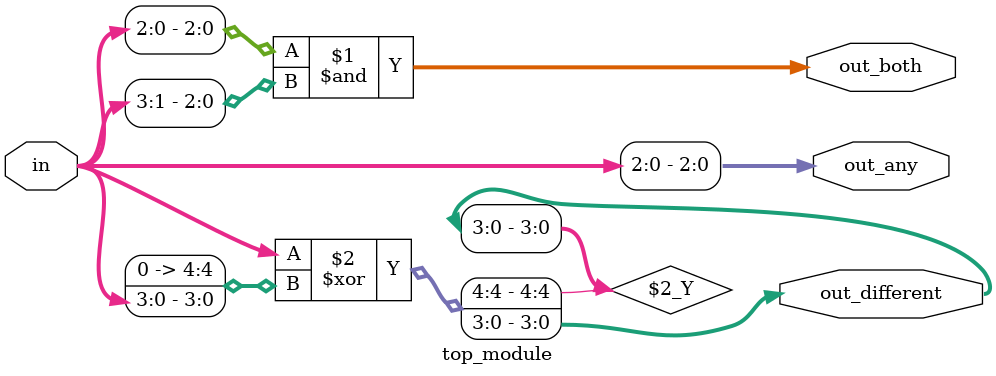
<source format=sv>
module top_module (
	input [3:0] in,
	output [2:0] out_both,
	output [3:1] out_any,
	output [3:0] out_different
);

	assign out_both = in[2:0] & in[3:1];
	assign out_any = in[3:0];
	assign out_different = in ^ {1'b0, in[3:1], in[0]};

endmodule

</source>
